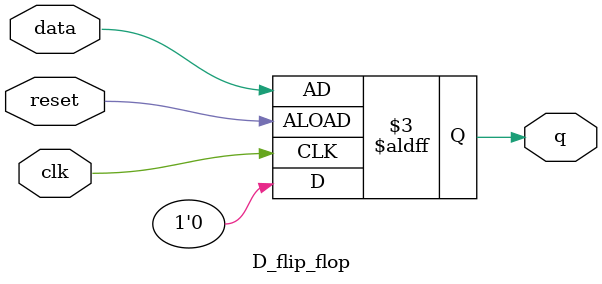
<source format=v>

`timescale 1 ns / 1 ps
module D_flip_flop (data  ,clk    , reset ,  q );
	input data, clk, reset ; 
	output reg q;
	
	
	always @ ( posedge clk or negedge reset)
		if (reset == 1'b1) 
			begin
				q <= 1'b0;
			end  
		else
			begin
				q <= data;
			end
	
	
endmodule

</source>
